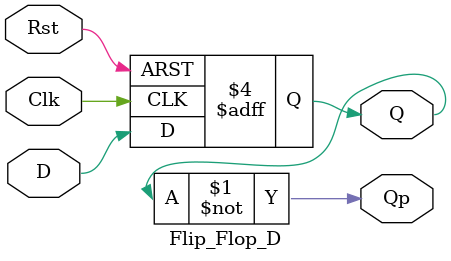
<source format=v>
module Flip_Flop_D(
    input Clk,
    input Rst,
    input D,

    output reg Q,
    output Qp
);

    assign Qp = ~Q;

    always @(posedge Clk or negedge Rst)
        begin
            if(Rst == 0)
                Q = 0;
            else
                Q = D;
        end

endmodule
</source>
